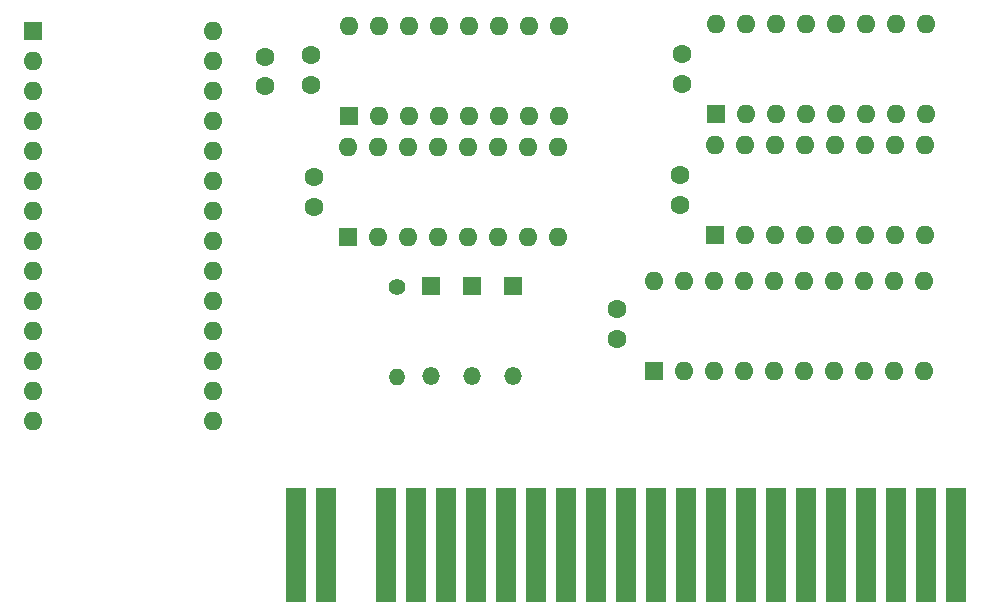
<source format=gbr>
%TF.GenerationSoftware,KiCad,Pcbnew,8.0.2*%
%TF.CreationDate,2024-05-20T10:37:38+02:00*%
%TF.ProjectId,zx81-external-rom-with-display,7a783831-2d65-4787-9465-726e616c2d72,rev?*%
%TF.SameCoordinates,Original*%
%TF.FileFunction,Soldermask,Top*%
%TF.FilePolarity,Negative*%
%FSLAX46Y46*%
G04 Gerber Fmt 4.6, Leading zero omitted, Abs format (unit mm)*
G04 Created by KiCad (PCBNEW 8.0.2) date 2024-05-20 10:37:38*
%MOMM*%
%LPD*%
G01*
G04 APERTURE LIST*
%ADD10C,1.600000*%
%ADD11R,1.600000X1.600000*%
%ADD12O,1.600000X1.600000*%
%ADD13C,1.400000*%
%ADD14O,1.400000X1.400000*%
%ADD15R,1.500000X1.500000*%
%ADD16O,1.500000X1.500000*%
%ADD17R,1.778000X9.620000*%
G04 APERTURE END LIST*
D10*
%TO.C,C2*%
X131370000Y-101160000D03*
X131370000Y-98660000D03*
%TD*%
%TO.C,C3*%
X136655000Y-87330000D03*
X136655000Y-89830000D03*
%TD*%
%TO.C,C6*%
X136810000Y-77090000D03*
X136810000Y-79590000D03*
%TD*%
D11*
%TO.C,U6*%
X139680000Y-82160000D03*
D12*
X142220000Y-82160000D03*
X144760000Y-82160000D03*
X147300000Y-82160000D03*
X149840000Y-82160000D03*
X152380000Y-82160000D03*
X154920000Y-82160000D03*
X157460000Y-82160000D03*
X157460000Y-74540000D03*
X154920000Y-74540000D03*
X152380000Y-74540000D03*
X149840000Y-74540000D03*
X147300000Y-74540000D03*
X144760000Y-74540000D03*
X142220000Y-74540000D03*
X139680000Y-74540000D03*
%TD*%
D11*
%TO.C,U1*%
X81890000Y-75100000D03*
D12*
X81890000Y-77640000D03*
X81890000Y-80180000D03*
X81890000Y-82720000D03*
X81890000Y-85260000D03*
X81890000Y-87800000D03*
X81890000Y-90340000D03*
X81890000Y-92880000D03*
X81890000Y-95420000D03*
X81890000Y-97960000D03*
X81890000Y-100500000D03*
X81890000Y-103040000D03*
X81890000Y-105580000D03*
X81890000Y-108120000D03*
X97130000Y-108120000D03*
X97130000Y-105580000D03*
X97130000Y-103040000D03*
X97130000Y-100500000D03*
X97130000Y-97960000D03*
X97130000Y-95420000D03*
X97130000Y-92880000D03*
X97130000Y-90340000D03*
X97130000Y-87800000D03*
X97130000Y-85260000D03*
X97130000Y-82720000D03*
X97130000Y-80180000D03*
X97130000Y-77640000D03*
X97130000Y-75100000D03*
%TD*%
D11*
%TO.C,U3*%
X139615000Y-92380000D03*
D12*
X142155000Y-92380000D03*
X144695000Y-92380000D03*
X147235000Y-92380000D03*
X149775000Y-92380000D03*
X152315000Y-92380000D03*
X154855000Y-92380000D03*
X157395000Y-92380000D03*
X157395000Y-84760000D03*
X154855000Y-84760000D03*
X152315000Y-84760000D03*
X149775000Y-84760000D03*
X147235000Y-84760000D03*
X144695000Y-84760000D03*
X142155000Y-84760000D03*
X139615000Y-84760000D03*
%TD*%
D10*
%TO.C,C5*%
X105690000Y-87500000D03*
X105690000Y-90000000D03*
%TD*%
D11*
%TO.C,U2*%
X134450000Y-103870000D03*
D12*
X136990000Y-103870000D03*
X139530000Y-103870000D03*
X142070000Y-103870000D03*
X144610000Y-103870000D03*
X147150000Y-103870000D03*
X149690000Y-103870000D03*
X152230000Y-103870000D03*
X154770000Y-103870000D03*
X157310000Y-103870000D03*
X157310000Y-96250000D03*
X154770000Y-96250000D03*
X152230000Y-96250000D03*
X149690000Y-96250000D03*
X147150000Y-96250000D03*
X144610000Y-96250000D03*
X142070000Y-96250000D03*
X139530000Y-96250000D03*
X136990000Y-96250000D03*
X134450000Y-96250000D03*
%TD*%
D13*
%TO.C,R2*%
X112670000Y-96815000D03*
D14*
X112670000Y-104435000D03*
%TD*%
D10*
%TO.C,C4*%
X105465000Y-79660000D03*
X105465000Y-77160000D03*
%TD*%
D15*
%TO.C,D6*%
X115620000Y-96725000D03*
D16*
X115620000Y-104345000D03*
%TD*%
D15*
%TO.C,D5*%
X119080000Y-96715000D03*
D16*
X119080000Y-104335000D03*
%TD*%
D15*
%TO.C,D4*%
X122540000Y-96725000D03*
D16*
X122540000Y-104345000D03*
%TD*%
D17*
%TO.C,J1*%
X104124600Y-118590000D03*
X106664600Y-118590000D03*
X111744600Y-118590000D03*
X114284600Y-118590000D03*
X116824600Y-118590000D03*
X119364600Y-118590000D03*
X121904600Y-118590000D03*
X124444600Y-118590000D03*
X126974600Y-118590000D03*
X129524600Y-118590000D03*
X132064600Y-118590000D03*
X134604600Y-118590000D03*
X137144600Y-118590000D03*
X139684600Y-118590000D03*
X142224600Y-118590000D03*
X144764600Y-118590000D03*
X147304600Y-118590000D03*
X149844600Y-118590000D03*
X152384600Y-118590000D03*
X154924600Y-118590000D03*
X157464600Y-118590000D03*
X160004600Y-118590000D03*
%TD*%
D11*
%TO.C,U4*%
X108660000Y-82330000D03*
D12*
X111200000Y-82330000D03*
X113740000Y-82330000D03*
X116280000Y-82330000D03*
X118820000Y-82330000D03*
X121360000Y-82330000D03*
X123900000Y-82330000D03*
X126440000Y-82330000D03*
X126440000Y-74710000D03*
X123900000Y-74710000D03*
X121360000Y-74710000D03*
X118820000Y-74710000D03*
X116280000Y-74710000D03*
X113740000Y-74710000D03*
X111200000Y-74710000D03*
X108660000Y-74710000D03*
%TD*%
D10*
%TO.C,C1*%
X101550000Y-77280000D03*
X101550000Y-79780000D03*
%TD*%
D11*
%TO.C,U5*%
X108600000Y-92540000D03*
D12*
X111140000Y-92540000D03*
X113680000Y-92540000D03*
X116220000Y-92540000D03*
X118760000Y-92540000D03*
X121300000Y-92540000D03*
X123840000Y-92540000D03*
X126380000Y-92540000D03*
X126380000Y-84920000D03*
X123840000Y-84920000D03*
X121300000Y-84920000D03*
X118760000Y-84920000D03*
X116220000Y-84920000D03*
X113680000Y-84920000D03*
X111140000Y-84920000D03*
X108600000Y-84920000D03*
%TD*%
M02*

</source>
